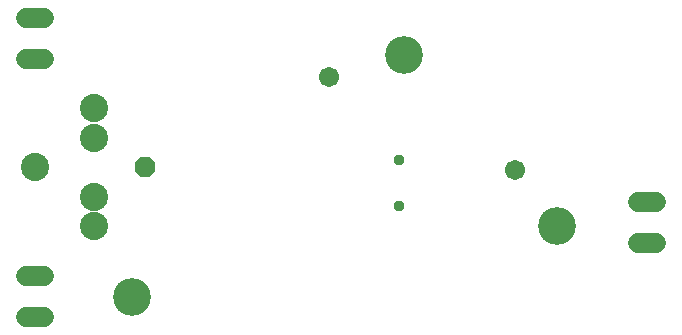
<source format=gbr>
G04 EAGLE Gerber RS-274X export*
G75*
%MOMM*%
%FSLAX34Y34*%
%LPD*%
%INSoldermask Bottom*%
%IPPOS*%
%AMOC8*
5,1,8,0,0,1.08239X$1,22.5*%
G01*
%ADD10C,3.203200*%
%ADD11P,1.869504X8X22.500000*%
%ADD12C,1.711200*%
%ADD13C,2.387600*%
%ADD14C,1.703200*%
%ADD15C,0.959600*%


D10*
X120000Y40000D03*
X350000Y245000D03*
X480000Y100000D03*
D11*
X130810Y149860D03*
D12*
X45640Y241580D02*
X30560Y241580D01*
X30560Y276580D02*
X45640Y276580D01*
X45640Y23140D02*
X30560Y23140D01*
X30560Y58140D02*
X45640Y58140D01*
X548720Y85370D02*
X563800Y85370D01*
X563800Y120370D02*
X548720Y120370D01*
D13*
X38100Y149860D03*
X88100Y174860D03*
X88100Y199860D03*
X88100Y124860D03*
X88100Y99860D03*
D14*
X287020Y226060D03*
X444500Y147320D03*
D15*
X346050Y116840D03*
X346050Y156210D03*
M02*

</source>
